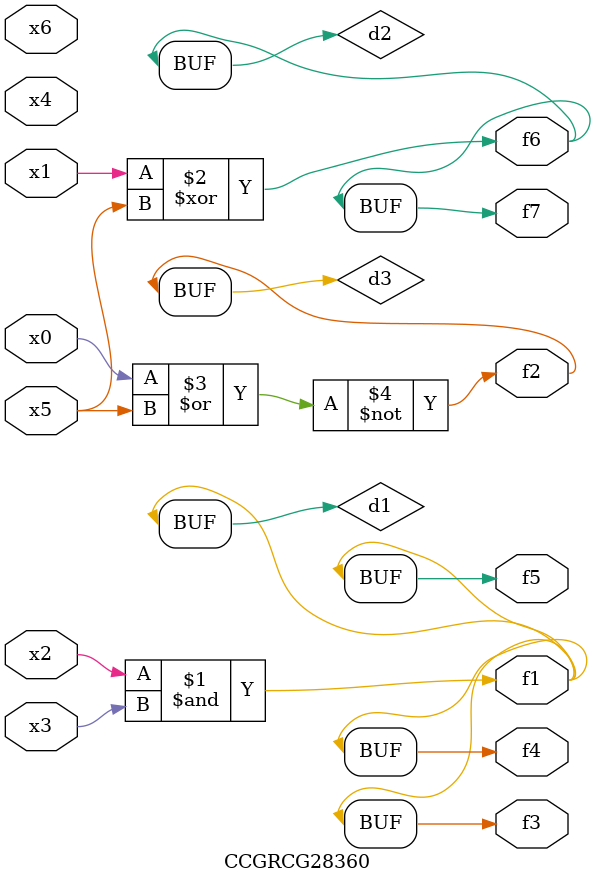
<source format=v>
module CCGRCG28360(
	input x0, x1, x2, x3, x4, x5, x6,
	output f1, f2, f3, f4, f5, f6, f7
);

	wire d1, d2, d3;

	and (d1, x2, x3);
	xor (d2, x1, x5);
	nor (d3, x0, x5);
	assign f1 = d1;
	assign f2 = d3;
	assign f3 = d1;
	assign f4 = d1;
	assign f5 = d1;
	assign f6 = d2;
	assign f7 = d2;
endmodule

</source>
